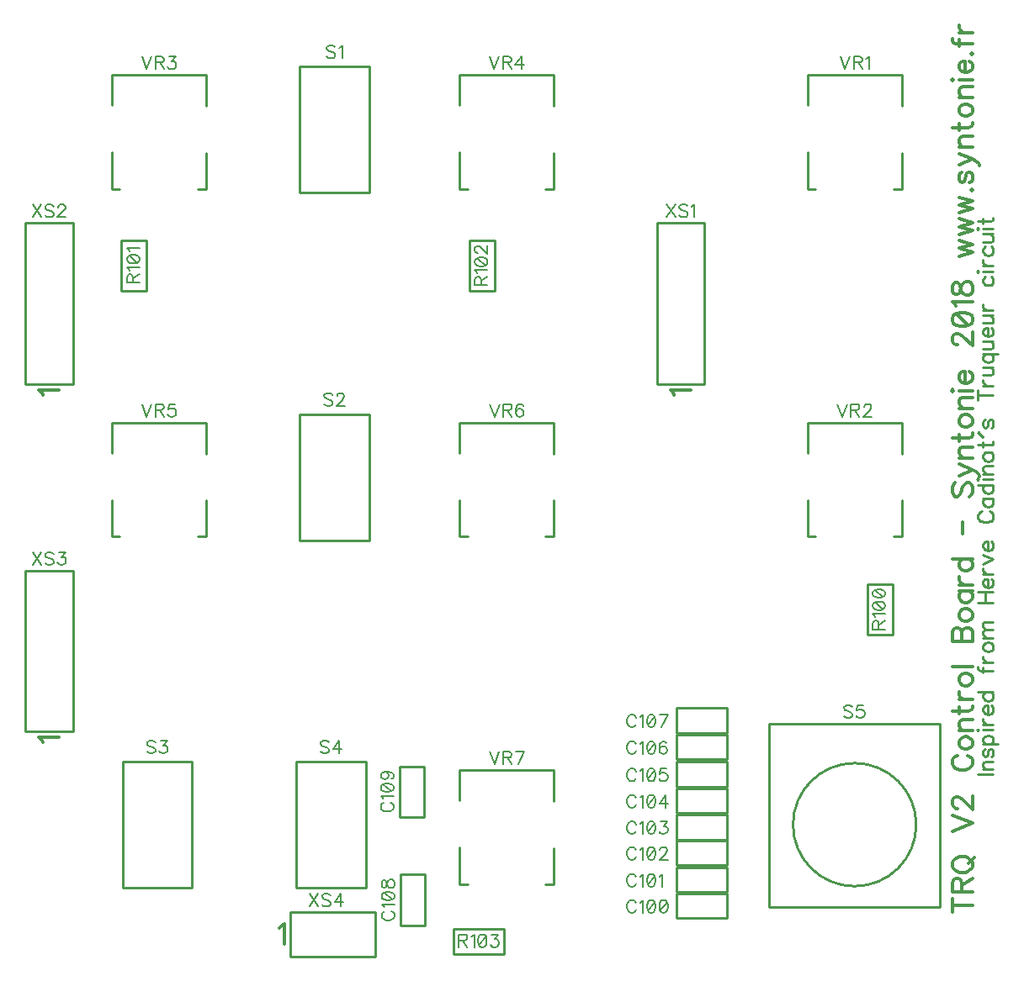
<source format=gbr>
G04 DipTrace 3.3.1.1*
G04 TopSilk.gbr*
%MOIN*%
G04 #@! TF.FileFunction,Legend,Top*
G04 #@! TF.Part,Single*
%ADD10C,0.009843*%
%ADD52C,0.00772*%
%ADD53C,0.012351*%
%ADD54C,0.009264*%
%FSLAX26Y26*%
G04*
G70*
G90*
G75*
G01*
G04 TopSilk*
%LPD*%
X3234622Y613959D2*
D10*
X3033835D1*
X3234622Y712385D2*
X3033835D1*
X3234622D2*
Y613959D1*
X3033835Y712385D2*
Y613959D1*
X3234622Y717451D2*
X3033835D1*
X3234622Y815877D2*
X3033835D1*
X3234622D2*
Y717451D1*
X3033835Y815877D2*
Y717451D1*
X3234622Y823751D2*
X3033835D1*
X3234622Y922176D2*
X3033835D1*
X3234622D2*
Y823751D1*
X3033835Y922176D2*
Y823751D1*
X3234622Y925823D2*
X3033835D1*
X3234622Y1024248D2*
X3033835D1*
X3234622D2*
Y925823D1*
X3033835Y1024248D2*
Y925823D1*
Y1129322D2*
X3234622D1*
X3033835Y1030896D2*
X3234622D1*
X3033835D2*
Y1129322D1*
X3234622Y1030896D2*
Y1129322D1*
X3033835Y1233902D2*
X3234622D1*
X3033835Y1135476D2*
X3234622D1*
X3033835D2*
Y1233902D1*
X3234622Y1135476D2*
Y1233902D1*
X3033835Y1342031D2*
X3234622D1*
X3033835Y1243606D2*
X3234622D1*
X3033835D2*
Y1342031D1*
X3234622Y1243606D2*
Y1342031D1*
X3033835Y1447546D2*
X3234622D1*
X3033835Y1349121D2*
X3234622D1*
X3033835D2*
Y1447546D1*
X3234622Y1349121D2*
Y1447546D1*
X1939986Y585941D2*
Y786728D1*
X2038411Y585941D2*
Y786728D1*
Y585941D2*
X1939986D1*
X2038411Y786728D2*
X1939986D1*
X3889451Y1938632D2*
Y1738976D1*
X3789451D2*
X3889451D1*
X3789451Y1938632D2*
Y1738976D1*
Y1938632D2*
X3889451D1*
X935974Y3302198D2*
Y3102542D1*
X835974D2*
X935974D1*
X835974Y3302198D2*
Y3102542D1*
Y3302198D2*
X935974D1*
X2313701D2*
Y3102542D1*
X2213701D2*
X2313701D1*
X2213701Y3302198D2*
Y3102542D1*
Y3302198D2*
X2313701D1*
X2151860Y571084D2*
X2351516D1*
Y471084D2*
Y571084D1*
X2151860Y471084D2*
X2351516D1*
X2151860D2*
Y571084D1*
X1816980Y3990433D2*
X1541980D1*
Y3490401D1*
X1816980D1*
Y3990433D1*
X1816958Y2612282D2*
X1541958D1*
Y2112250D1*
X1816958D1*
Y2612282D1*
X840552Y734396D2*
X1115552D1*
Y1234428D1*
X840552D1*
Y734396D1*
X1529402Y734399D2*
X1804402D1*
Y1234431D1*
X1529402D1*
Y734399D1*
X3399517Y1384878D2*
X4076682D1*
Y656459D1*
X3399517D1*
Y1384878D1*
X3496052Y984383D2*
G02X3496052Y984383I244094J0D01*
G01*
X3553086Y3504274D2*
Y3650726D1*
X3927138Y3504274D2*
Y3648773D1*
X3553086Y3504274D2*
X3584622D1*
X3553086Y3957035D2*
X3927138D1*
Y3504274D2*
X3893648D1*
X3553086Y3957035D2*
Y3836971D1*
X3927138Y3957035D2*
Y3833013D1*
X3553125Y2126198D2*
Y2272650D1*
X3927177Y2126198D2*
Y2270697D1*
X3553125Y2126198D2*
X3584661D1*
X3553125Y2578959D2*
X3927177D1*
Y2126198D2*
X3893688D1*
X3553125Y2578959D2*
Y2458895D1*
X3927177Y2578959D2*
Y2454937D1*
X797398Y3504274D2*
Y3650726D1*
X1171450Y3504274D2*
Y3648773D1*
X797398Y3504274D2*
X828934D1*
X797398Y3957035D2*
X1171450D1*
Y3504274D2*
X1137960D1*
X797398Y3957035D2*
Y3836971D1*
X1171450Y3957035D2*
Y3833013D1*
X2175107Y3504274D2*
Y3650726D1*
X2549159Y3504274D2*
Y3648773D1*
X2175107Y3504274D2*
X2206643D1*
X2175107Y3957035D2*
X2549159D1*
Y3504274D2*
X2515669D1*
X2175107Y3957035D2*
Y3836971D1*
X2549159Y3957035D2*
Y3833013D1*
X797393Y2126198D2*
Y2272650D1*
X1171445Y2126198D2*
Y2270697D1*
X797393Y2126198D2*
X828929D1*
X797393Y2578959D2*
X1171445D1*
Y2126198D2*
X1137955D1*
X797393Y2578959D2*
Y2458895D1*
X1171445Y2578959D2*
Y2454937D1*
X2175050Y2126198D2*
Y2272650D1*
X2549102Y2126198D2*
Y2270697D1*
X2175050Y2126198D2*
X2206586D1*
X2175050Y2578959D2*
X2549102D1*
Y2126198D2*
X2515613D1*
X2175050Y2578959D2*
Y2458895D1*
X2549102Y2578959D2*
Y2454937D1*
X2175100Y748326D2*
Y894778D1*
X2549152Y748326D2*
Y892826D1*
X2175100Y748326D2*
X2206636D1*
X2175100Y1201088D2*
X2549152D1*
Y748326D2*
X2515663D1*
X2175100Y1201088D2*
Y1081023D1*
X2549152Y1201088D2*
Y1077065D1*
X2957241Y2732649D2*
X3144741D1*
Y3370167D1*
X2957241D1*
Y2732649D1*
X455940Y2732562D2*
X643440D1*
Y3370081D1*
X455940D1*
Y2732562D1*
Y1354294D2*
X643440D1*
Y1991813D1*
X455940D1*
Y1354294D1*
X1504682Y637059D2*
X1842195D1*
Y462059D1*
X1504682D1*
Y637059D1*
X1936220Y1015168D2*
Y1215955D1*
X2034646Y1015168D2*
Y1215955D1*
Y1015168D2*
X1936220D1*
X2034646Y1215955D2*
X1936220D1*
X2874352Y673669D2*
D52*
X2871975Y678423D1*
X2867167Y683231D1*
X2862414Y685608D1*
X2852852D1*
X2848043Y683231D1*
X2843290Y678423D1*
X2840858Y673669D1*
X2838482Y666484D1*
Y654491D1*
X2840858Y647361D1*
X2843290Y642553D1*
X2848043Y637799D1*
X2852852Y635368D1*
X2862414D1*
X2867167Y637799D1*
X2871975Y642553D1*
X2874352Y647361D1*
X2889791Y675991D2*
X2894599Y678423D1*
X2901785Y685552D1*
Y635368D1*
X2931594Y685552D2*
X2924409Y683176D1*
X2919600Y675991D1*
X2917224Y664052D1*
Y656867D1*
X2919600Y644929D1*
X2924409Y637744D1*
X2931594Y635368D1*
X2936347D1*
X2943532Y637744D1*
X2948285Y644929D1*
X2950717Y656867D1*
Y664052D1*
X2948285Y675991D1*
X2943532Y683176D1*
X2936347Y685552D1*
X2931594D1*
X2948285Y675991D2*
X2919600Y644929D1*
X2980526Y685552D2*
X2973341Y683176D1*
X2968533Y675991D1*
X2966156Y664052D1*
Y656867D1*
X2968533Y644929D1*
X2973341Y637744D1*
X2980526Y635368D1*
X2985280D1*
X2992465Y637744D1*
X2997218Y644929D1*
X2999650Y656867D1*
Y664052D1*
X2997218Y675991D1*
X2992465Y683176D1*
X2985280Y685552D1*
X2980526D1*
X2997218Y675991D2*
X2968533Y644929D1*
X2874352Y777161D2*
X2871975Y781915D1*
X2867167Y786723D1*
X2862414Y789100D1*
X2852852D1*
X2848043Y786723D1*
X2843290Y781915D1*
X2840858Y777161D1*
X2838482Y769976D1*
Y757983D1*
X2840858Y750853D1*
X2843290Y746045D1*
X2848043Y741292D1*
X2852852Y738860D1*
X2862414D1*
X2867167Y741292D1*
X2871975Y746045D1*
X2874352Y750853D1*
X2889791Y779483D2*
X2894599Y781915D1*
X2901785Y789044D1*
Y738860D1*
X2931594Y789044D2*
X2924409Y786668D1*
X2919600Y779483D1*
X2917224Y767545D1*
Y760360D1*
X2919600Y748421D1*
X2924409Y741236D1*
X2931594Y738860D1*
X2936347D1*
X2943532Y741236D1*
X2948285Y748421D1*
X2950717Y760360D1*
Y767545D1*
X2948285Y779483D1*
X2943532Y786668D1*
X2936347Y789044D1*
X2931594D1*
X2948285Y779483D2*
X2919600Y748421D1*
X2966156Y779483D2*
X2970965Y781915D1*
X2978150Y789044D1*
Y738860D1*
X2874352Y883461D2*
X2871975Y888214D1*
X2867167Y893022D1*
X2862414Y895399D1*
X2852852D1*
X2848043Y893022D1*
X2843290Y888214D1*
X2840858Y883461D1*
X2838482Y876276D1*
Y864282D1*
X2840858Y857152D1*
X2843290Y852344D1*
X2848043Y847591D1*
X2852852Y845159D1*
X2862414D1*
X2867167Y847591D1*
X2871975Y852344D1*
X2874352Y857152D1*
X2889791Y885782D2*
X2894599Y888214D1*
X2901785Y895344D1*
Y845159D1*
X2931594Y895344D2*
X2924409Y892967D1*
X2919600Y885782D1*
X2917224Y873844D1*
Y866659D1*
X2919600Y854721D1*
X2924409Y847536D1*
X2931594Y845159D1*
X2936347D1*
X2943532Y847536D1*
X2948285Y854721D1*
X2950717Y866659D1*
Y873844D1*
X2948285Y885782D1*
X2943532Y892967D1*
X2936347Y895344D1*
X2931594D1*
X2948285Y885782D2*
X2919600Y854721D1*
X2968588Y883405D2*
Y885782D1*
X2970965Y890590D1*
X2973341Y892967D1*
X2978150Y895344D1*
X2987711D1*
X2992465Y892967D1*
X2994841Y890590D1*
X2997273Y885782D1*
Y881029D1*
X2994841Y876220D1*
X2990088Y869091D1*
X2966156Y845159D1*
X2999650D1*
X2874352Y985533D2*
X2871975Y990286D1*
X2867167Y995095D1*
X2862414Y997471D1*
X2852852D1*
X2848043Y995095D1*
X2843290Y990286D1*
X2840858Y985533D1*
X2838482Y978348D1*
Y966354D1*
X2840858Y959225D1*
X2843290Y954416D1*
X2848043Y949663D1*
X2852852Y947231D1*
X2862414D1*
X2867167Y949663D1*
X2871975Y954416D1*
X2874352Y959225D1*
X2889791Y987854D2*
X2894599Y990286D1*
X2901785Y997416D1*
Y947231D1*
X2931594Y997416D2*
X2924409Y995039D1*
X2919600Y987854D1*
X2917224Y975916D1*
Y968731D1*
X2919600Y956793D1*
X2924409Y949608D1*
X2931594Y947231D1*
X2936347D1*
X2943532Y949608D1*
X2948285Y956793D1*
X2950717Y968731D1*
Y975916D1*
X2948285Y987854D1*
X2943532Y995039D1*
X2936347Y997416D1*
X2931594D1*
X2948285Y987854D2*
X2919600Y956793D1*
X2970965Y997416D2*
X2997218D1*
X2982903Y978293D1*
X2990088D1*
X2994841Y975916D1*
X2997218Y973539D1*
X2999650Y966354D1*
Y961601D1*
X2997218Y954416D1*
X2992465Y949608D1*
X2985280Y947231D1*
X2978095D1*
X2970965Y949608D1*
X2968588Y952040D1*
X2966156Y956793D1*
X2874352Y1090606D2*
X2871975Y1095360D1*
X2867167Y1100168D1*
X2862414Y1102545D1*
X2852852D1*
X2848043Y1100168D1*
X2843290Y1095360D1*
X2840858Y1090606D1*
X2838482Y1083421D1*
Y1071428D1*
X2840858Y1064298D1*
X2843290Y1059490D1*
X2848043Y1054736D1*
X2852852Y1052305D1*
X2862414D1*
X2867167Y1054736D1*
X2871975Y1059490D1*
X2874352Y1064298D1*
X2889791Y1092928D2*
X2894599Y1095360D1*
X2901785Y1102489D1*
Y1052305D1*
X2931594Y1102489D2*
X2924409Y1100113D1*
X2919600Y1092928D1*
X2917224Y1080989D1*
Y1073804D1*
X2919600Y1061866D1*
X2924409Y1054681D1*
X2931594Y1052305D1*
X2936347D1*
X2943532Y1054681D1*
X2948285Y1061866D1*
X2950717Y1073804D1*
Y1080989D1*
X2948285Y1092928D1*
X2943532Y1100113D1*
X2936347Y1102489D1*
X2931594D1*
X2948285Y1092928D2*
X2919600Y1061866D1*
X2990088Y1052305D2*
Y1102489D1*
X2966156Y1069051D1*
X3002026D1*
X2874352Y1195186D2*
X2871975Y1199940D1*
X2867167Y1204748D1*
X2862414Y1207125D1*
X2852852D1*
X2848043Y1204748D1*
X2843290Y1199940D1*
X2840858Y1195186D1*
X2838482Y1188001D1*
Y1176008D1*
X2840858Y1168878D1*
X2843290Y1164070D1*
X2848043Y1159317D1*
X2852852Y1156885D1*
X2862414D1*
X2867167Y1159317D1*
X2871975Y1164070D1*
X2874352Y1168878D1*
X2889791Y1197508D2*
X2894599Y1199940D1*
X2901785Y1207069D1*
Y1156885D1*
X2931594Y1207069D2*
X2924409Y1204693D1*
X2919600Y1197508D1*
X2917224Y1185570D1*
Y1178384D1*
X2919600Y1166446D1*
X2924409Y1159261D1*
X2931594Y1156885D1*
X2936347D1*
X2943532Y1159261D1*
X2948285Y1166446D1*
X2950717Y1178384D1*
Y1185570D1*
X2948285Y1197508D1*
X2943532Y1204693D1*
X2936347Y1207069D1*
X2931594D1*
X2948285Y1197508D2*
X2919600Y1166446D1*
X2994841Y1207069D2*
X2970965D1*
X2968588Y1185570D1*
X2970965Y1187946D1*
X2978150Y1190378D1*
X2985280D1*
X2992465Y1187946D1*
X2997273Y1183193D1*
X2999650Y1176008D1*
Y1171255D1*
X2997273Y1164070D1*
X2992465Y1159261D1*
X2985280Y1156885D1*
X2978150D1*
X2970965Y1159261D1*
X2968588Y1161693D1*
X2966156Y1166446D1*
X2874352Y1303316D2*
X2871975Y1308070D1*
X2867167Y1312878D1*
X2862414Y1315255D1*
X2852852D1*
X2848043Y1312878D1*
X2843290Y1308070D1*
X2840858Y1303316D1*
X2838482Y1296131D1*
Y1284138D1*
X2840858Y1277008D1*
X2843290Y1272200D1*
X2848043Y1267446D1*
X2852852Y1265015D1*
X2862414D1*
X2867167Y1267446D1*
X2871975Y1272200D1*
X2874352Y1277008D1*
X2889791Y1305638D2*
X2894599Y1308070D1*
X2901785Y1315199D1*
Y1265015D1*
X2931594Y1315199D2*
X2924409Y1312823D1*
X2919600Y1305638D1*
X2917224Y1293699D1*
Y1286514D1*
X2919600Y1274576D1*
X2924409Y1267391D1*
X2931594Y1265015D1*
X2936347D1*
X2943532Y1267391D1*
X2948285Y1274576D1*
X2950717Y1286514D1*
Y1293699D1*
X2948285Y1305638D1*
X2943532Y1312823D1*
X2936347Y1315199D1*
X2931594D1*
X2948285Y1305638D2*
X2919600Y1274576D1*
X2994841Y1308070D2*
X2992465Y1312823D1*
X2985280Y1315199D1*
X2980526D1*
X2973341Y1312823D1*
X2968533Y1305638D1*
X2966156Y1293699D1*
Y1281761D1*
X2968533Y1272200D1*
X2973341Y1267391D1*
X2980526Y1265015D1*
X2982903D1*
X2990033Y1267391D1*
X2994841Y1272200D1*
X2997218Y1279385D1*
Y1281761D1*
X2994841Y1288946D1*
X2990033Y1293699D1*
X2982903Y1296076D1*
X2980526D1*
X2973341Y1293699D1*
X2968533Y1288946D1*
X2966156Y1281761D1*
X2874352Y1408831D2*
X2871975Y1413584D1*
X2867167Y1418392D1*
X2862414Y1420769D1*
X2852852D1*
X2848043Y1418392D1*
X2843290Y1413584D1*
X2840858Y1408831D1*
X2838482Y1401646D1*
Y1389652D1*
X2840858Y1382522D1*
X2843290Y1377714D1*
X2848043Y1372961D1*
X2852852Y1370529D1*
X2862414D1*
X2867167Y1372961D1*
X2871975Y1377714D1*
X2874352Y1382522D1*
X2889791Y1411152D2*
X2894599Y1413584D1*
X2901785Y1420714D1*
Y1370529D1*
X2931594Y1420714D2*
X2924409Y1418337D1*
X2919600Y1411152D1*
X2917224Y1399214D1*
Y1392029D1*
X2919600Y1380091D1*
X2924409Y1372906D1*
X2931594Y1370529D1*
X2936347D1*
X2943532Y1372906D1*
X2948285Y1380091D1*
X2950717Y1392029D1*
Y1399214D1*
X2948285Y1411152D1*
X2943532Y1418337D1*
X2936347Y1420714D1*
X2931594D1*
X2948285Y1411152D2*
X2919600Y1380091D1*
X2975718Y1370529D2*
X2999650Y1420714D1*
X2966156D1*
X1878701Y641648D2*
X1873948Y639272D1*
X1869139Y634463D1*
X1866763Y629710D1*
Y620149D1*
X1869139Y615340D1*
X1873948Y610587D1*
X1878701Y608155D1*
X1885886Y605778D1*
X1897879D1*
X1905009Y608155D1*
X1909817Y610587D1*
X1914571Y615340D1*
X1917003Y620149D1*
Y629710D1*
X1914571Y634463D1*
X1909818Y639272D1*
X1905009Y641648D1*
X1876379Y657088D2*
X1873948Y661896D1*
X1866818Y669081D1*
X1917003D1*
X1866818Y698890D2*
X1869194Y691705D1*
X1876379Y686897D1*
X1888318Y684520D1*
X1895503D1*
X1907441Y686897D1*
X1914626Y691705D1*
X1917003Y698890D1*
Y703644D1*
X1914626Y710829D1*
X1907441Y715582D1*
X1895503Y718014D1*
X1888318D1*
X1876379Y715582D1*
X1869194Y710829D1*
X1866818Y703644D1*
Y698890D1*
X1876379Y715582D2*
X1907441Y686897D1*
X1866818Y745391D2*
X1869194Y738261D1*
X1873948Y735829D1*
X1878756D1*
X1883509Y738261D1*
X1885941Y743015D1*
X1888318Y752576D1*
X1890694Y759761D1*
X1895503Y764514D1*
X1900256Y766891D1*
X1907441D1*
X1912194Y764514D1*
X1914626Y762138D1*
X1917003Y754953D1*
Y745391D1*
X1914626Y738261D1*
X1912194Y735829D1*
X1907441Y733453D1*
X1900256D1*
X1895503Y735829D1*
X1890694Y740638D1*
X1888318Y747768D1*
X1885941Y757329D1*
X1883509Y762138D1*
X1878756Y764514D1*
X1873948D1*
X1869194Y762138D1*
X1866818Y754953D1*
Y745391D1*
X3835251Y1759409D2*
Y1780909D1*
X3832819Y1788094D1*
X3830443Y1790526D1*
X3825689Y1792902D1*
X3820881D1*
X3816128Y1790526D1*
X3813696Y1788094D1*
X3811319Y1780909D1*
Y1759409D1*
X3861559D1*
X3835251Y1776156D2*
X3861559Y1792902D1*
X3820936Y1808342D2*
X3818504Y1813150D1*
X3811375Y1820335D1*
X3861559D1*
X3811375Y1850144D2*
X3813751Y1842959D1*
X3820936Y1838151D1*
X3832874Y1835774D1*
X3840059D1*
X3851998Y1838151D1*
X3859183Y1842959D1*
X3861559Y1850144D1*
Y1854897D1*
X3859183Y1862082D1*
X3851998Y1866836D1*
X3840059Y1869268D1*
X3832874D1*
X3820936Y1866836D1*
X3813751Y1862082D1*
X3811375Y1854897D1*
Y1850144D1*
X3820936Y1866836D2*
X3851998Y1838151D1*
X3811375Y1899077D2*
X3813751Y1891892D1*
X3820936Y1887083D1*
X3832874Y1884707D1*
X3840059D1*
X3851998Y1887083D1*
X3859183Y1891892D1*
X3861559Y1899077D1*
Y1903830D1*
X3859183Y1911015D1*
X3851998Y1915768D1*
X3840059Y1918200D1*
X3832874D1*
X3820936Y1915768D1*
X3813751Y1911015D1*
X3811375Y1903830D1*
Y1899077D1*
X3820936Y1915768D2*
X3851998Y1887083D1*
X881773Y3133725D2*
Y3155224D1*
X879341Y3162409D1*
X876965Y3164841D1*
X872212Y3167218D1*
X867403D1*
X862650Y3164841D1*
X860218Y3162409D1*
X857842Y3155224D1*
Y3133725D1*
X908082D1*
X881773Y3150471D2*
X908082Y3167218D1*
X867459Y3182657D2*
X865027Y3187465D1*
X857897Y3194651D1*
X908082Y3194650D1*
X857897Y3224460D2*
X860273Y3217275D1*
X867459Y3212466D1*
X879397Y3210090D1*
X886582D1*
X898520Y3212466D1*
X905705Y3217275D1*
X908082Y3224460D1*
Y3229213D1*
X905705Y3236398D1*
X898520Y3241151D1*
X886582Y3243583D1*
X879397D1*
X867459Y3241151D1*
X860273Y3236398D1*
X857897Y3229213D1*
Y3224460D1*
X867459Y3241151D2*
X898520Y3212466D1*
X867459Y3259022D2*
X865027Y3263831D1*
X857897Y3271016D1*
X908082D1*
X2259500Y3122975D2*
Y3144474D1*
X2257069Y3151659D1*
X2254692Y3154091D1*
X2249939Y3156468D1*
X2245130D1*
X2240377Y3154091D1*
X2237945Y3151659D1*
X2235569Y3144474D1*
Y3122975D1*
X2285809D1*
X2259500Y3139721D2*
X2285809Y3156468D1*
X2245186Y3171907D2*
X2242754Y3176716D1*
X2235624Y3183901D1*
X2285809D1*
X2235624Y3213710D2*
X2238001Y3206525D1*
X2245186Y3201716D1*
X2257124Y3199340D1*
X2264309D1*
X2276247Y3201716D1*
X2283432Y3206525D1*
X2285809Y3213710D1*
Y3218463D1*
X2283432Y3225648D1*
X2276247Y3230401D1*
X2264309Y3232833D1*
X2257124D1*
X2245186Y3230401D1*
X2238001Y3225648D1*
X2235624Y3218463D1*
Y3213710D1*
X2245186Y3230401D2*
X2276247Y3201716D1*
X2247562Y3250704D2*
X2245186D1*
X2240377Y3253081D1*
X2238001Y3255457D1*
X2235624Y3260266D1*
Y3269828D1*
X2238001Y3274581D1*
X2240377Y3276957D1*
X2245186Y3279389D1*
X2249939D1*
X2254747Y3276957D1*
X2261877Y3272204D1*
X2285809Y3248272D1*
Y3281766D1*
X2172292Y525284D2*
X2193792D1*
X2200977Y527716D1*
X2203409Y530093D1*
X2205785Y534846D1*
Y539655D1*
X2203409Y544408D1*
X2200977Y546840D1*
X2193792Y549216D1*
X2172292D1*
Y498976D1*
X2189039Y525284D2*
X2205785Y498976D1*
X2221225Y539599D2*
X2226033Y542031D1*
X2233218Y549161D1*
Y498976D1*
X2263027Y549161D2*
X2255842Y546784D1*
X2251034Y539599D1*
X2248657Y527661D1*
Y520476D1*
X2251034Y508538D1*
X2255842Y501353D1*
X2263027Y498976D1*
X2267781D1*
X2274966Y501353D1*
X2279719Y508538D1*
X2282151Y520476D1*
Y527661D1*
X2279719Y539599D1*
X2274966Y546784D1*
X2267781Y549161D1*
X2263027D1*
X2279719Y539599D2*
X2251034Y508538D1*
X2302398Y549161D2*
X2328651D1*
X2314337Y530038D1*
X2321522D1*
X2326275Y527661D1*
X2328651Y525284D1*
X2331083Y518099D1*
Y513346D1*
X2328651Y506161D1*
X2323898Y501353D1*
X2316713Y498976D1*
X2309528D1*
X2302398Y501353D1*
X2300022Y503785D1*
X2297590Y508538D1*
X1682511Y4066455D2*
X1677757Y4071264D1*
X1670572Y4073640D1*
X1661011D1*
X1653826Y4071264D1*
X1649017Y4066455D1*
Y4061702D1*
X1651449Y4056894D1*
X1653826Y4054517D1*
X1658579Y4052141D1*
X1672949Y4047332D1*
X1677757Y4044956D1*
X1680134Y4042524D1*
X1682511Y4037770D1*
Y4030585D1*
X1677757Y4025832D1*
X1670572Y4023400D1*
X1661011D1*
X1653826Y4025832D1*
X1649017Y4030585D1*
X1697950Y4064024D2*
X1702758Y4066455D1*
X1709943Y4073585D1*
Y4023400D1*
X1671738Y2688304D2*
X1666985Y2693113D1*
X1659800Y2695489D1*
X1650239D1*
X1643053Y2693113D1*
X1638245Y2688304D1*
Y2683551D1*
X1640677Y2678743D1*
X1643053Y2676366D1*
X1647807Y2673990D1*
X1662177Y2669181D1*
X1666985Y2666805D1*
X1669362Y2664373D1*
X1671738Y2659620D1*
Y2652435D1*
X1666985Y2647681D1*
X1659800Y2645249D1*
X1650239D1*
X1643053Y2647681D1*
X1638245Y2652435D1*
X1689609Y2683496D2*
Y2685873D1*
X1691986Y2690681D1*
X1694363Y2693058D1*
X1699171Y2695434D1*
X1708733D1*
X1713486Y2693058D1*
X1715863Y2690681D1*
X1718294Y2685873D1*
Y2681119D1*
X1715863Y2676311D1*
X1711109Y2669181D1*
X1687178Y2645249D1*
X1720671D1*
X970333Y1310450D2*
X965580Y1315259D1*
X958395Y1317635D1*
X948833D1*
X941648Y1315259D1*
X936840Y1310450D1*
Y1305697D1*
X939271Y1300888D1*
X941648Y1298512D1*
X946401Y1296135D1*
X960771Y1291327D1*
X965580Y1288950D1*
X967956Y1286518D1*
X970333Y1281765D1*
Y1274580D1*
X965580Y1269827D1*
X958395Y1267395D1*
X948833D1*
X941648Y1269827D1*
X936840Y1274580D1*
X990581Y1317580D2*
X1016834D1*
X1002519Y1298457D1*
X1009704D1*
X1014457Y1296080D1*
X1016834Y1293703D1*
X1019265Y1286518D1*
Y1281765D1*
X1016834Y1274580D1*
X1012080Y1269772D1*
X1004895Y1267395D1*
X997710D1*
X990581Y1269772D1*
X988204Y1272204D1*
X985772Y1276957D1*
X1657994Y1310453D2*
X1653240Y1315261D1*
X1646055Y1317638D1*
X1636494D1*
X1629309Y1315261D1*
X1624500Y1310453D1*
Y1305700D1*
X1626932Y1300891D1*
X1629309Y1298515D1*
X1634062Y1296138D1*
X1648432Y1291329D1*
X1653240Y1288953D1*
X1655617Y1286521D1*
X1657994Y1281768D1*
Y1274583D1*
X1653240Y1269830D1*
X1646055Y1267398D1*
X1636494D1*
X1629309Y1269830D1*
X1624500Y1274583D1*
X1697365Y1267398D2*
Y1317583D1*
X1673433Y1284144D1*
X1709303D1*
X3731168Y1450996D2*
X3726414Y1455804D1*
X3719229Y1458181D1*
X3709668D1*
X3702483Y1455804D1*
X3697674Y1450996D1*
Y1446243D1*
X3700106Y1441434D1*
X3702483Y1439058D1*
X3707236Y1436681D1*
X3721606Y1431873D1*
X3726414Y1429496D1*
X3728791Y1427064D1*
X3731168Y1422311D1*
Y1415126D1*
X3726414Y1410373D1*
X3719229Y1407941D1*
X3709668D1*
X3702483Y1410373D1*
X3697674Y1415126D1*
X3775292Y1458126D2*
X3751415D1*
X3749039Y1436626D1*
X3751415Y1439003D1*
X3758600Y1441434D1*
X3765730D1*
X3772915Y1439003D1*
X3777724Y1434249D1*
X3780100Y1427064D1*
Y1422311D1*
X3777724Y1415126D1*
X3772915Y1410318D1*
X3765730Y1407941D1*
X3758600D1*
X3751415Y1410318D1*
X3749039Y1412750D1*
X3746607Y1417503D1*
X3682806Y4030259D2*
X3701929Y3980019D1*
X3721052Y4030259D1*
X3736491Y4006327D2*
X3757991D1*
X3765176Y4008759D1*
X3767608Y4011135D1*
X3769985Y4015888D1*
Y4020697D1*
X3767608Y4025450D1*
X3765176Y4027882D1*
X3757991Y4030259D1*
X3736491D1*
Y3980019D1*
X3753238Y4006327D2*
X3769985Y3980019D1*
X3785424Y4020642D2*
X3790232Y4023073D1*
X3797417Y4030203D1*
Y3980019D1*
X3672095Y2652182D2*
X3691218Y2601942D1*
X3710342Y2652182D1*
X3725781Y2628251D2*
X3747281D1*
X3754466Y2630683D1*
X3756898Y2633059D1*
X3759274Y2637812D1*
Y2642621D1*
X3756898Y2647374D1*
X3754466Y2649806D1*
X3747281Y2652182D1*
X3725781D1*
Y2601942D1*
X3742528Y2628251D2*
X3759274Y2601942D1*
X3777145Y2640189D2*
Y2642565D1*
X3779522Y2647374D1*
X3781898Y2649751D1*
X3786707Y2652127D1*
X3796269D1*
X3801022Y2649751D1*
X3803398Y2647374D1*
X3805830Y2642565D1*
Y2637812D1*
X3803398Y2633004D1*
X3798645Y2625874D1*
X3774713Y2601942D1*
X3808207D1*
X916368Y4030259D2*
X935491Y3980019D1*
X954615Y4030259D1*
X970054Y4006327D2*
X991554D1*
X998739Y4008759D1*
X1001171Y4011135D1*
X1003547Y4015888D1*
Y4020697D1*
X1001171Y4025450D1*
X998739Y4027882D1*
X991554Y4030259D1*
X970054D1*
Y3980019D1*
X986800Y4006327D2*
X1003547Y3980019D1*
X1023795Y4030203D2*
X1050048D1*
X1035733Y4011080D1*
X1042918D1*
X1047671Y4008703D1*
X1050048Y4006327D1*
X1052480Y3999142D1*
Y3994389D1*
X1050048Y3987204D1*
X1045295Y3982395D1*
X1038110Y3980019D1*
X1030925D1*
X1023795Y3982395D1*
X1021418Y3984827D1*
X1018986Y3989580D1*
X2292888Y4030259D2*
X2312012Y3980019D1*
X2331135Y4030259D1*
X2346574Y4006327D2*
X2368074D1*
X2375259Y4008759D1*
X2377691Y4011135D1*
X2380068Y4015888D1*
Y4020697D1*
X2377691Y4025450D1*
X2375259Y4027882D1*
X2368074Y4030259D1*
X2346574D1*
Y3980019D1*
X2363321Y4006327D2*
X2380068Y3980019D1*
X2419438D2*
Y4030203D1*
X2395507Y3996765D1*
X2431377D1*
X916363Y2652182D2*
X935486Y2601942D1*
X954609Y2652182D1*
X970049Y2628251D2*
X991548D1*
X998733Y2630683D1*
X1001165Y2633059D1*
X1003542Y2637812D1*
Y2642621D1*
X1001165Y2647374D1*
X998733Y2649806D1*
X991548Y2652182D1*
X970049D1*
Y2601942D1*
X986795Y2628251D2*
X1003542Y2601942D1*
X1047666Y2652127D2*
X1023790D1*
X1021413Y2630627D1*
X1023790Y2633004D1*
X1030975Y2635436D1*
X1038104D1*
X1045289Y2633004D1*
X1050098Y2628251D1*
X1052474Y2621066D1*
Y2616312D1*
X1050098Y2609127D1*
X1045289Y2604319D1*
X1038104Y2601942D1*
X1030975D1*
X1023790Y2604319D1*
X1021413Y2606751D1*
X1018981Y2611504D1*
X2295236Y2652182D2*
X2314359Y2601942D1*
X2333483Y2652182D1*
X2348922Y2628251D2*
X2370422D1*
X2377607Y2630683D1*
X2380039Y2633059D1*
X2382415Y2637812D1*
Y2642621D1*
X2380039Y2647374D1*
X2377607Y2649806D1*
X2370422Y2652182D1*
X2348922D1*
Y2601942D1*
X2365669Y2628251D2*
X2382415Y2601942D1*
X2426539Y2644997D2*
X2424163Y2649751D1*
X2416978Y2652127D1*
X2412225D1*
X2405040Y2649751D1*
X2400231Y2642565D1*
X2397855Y2630627D1*
Y2618689D1*
X2400231Y2609127D1*
X2405040Y2604319D1*
X2412225Y2601942D1*
X2414601D1*
X2421731Y2604319D1*
X2426539Y2609127D1*
X2428916Y2616312D1*
Y2618689D1*
X2426539Y2625874D1*
X2421731Y2630627D1*
X2414601Y2633004D1*
X2412225D1*
X2405040Y2630627D1*
X2400231Y2625874D1*
X2397855Y2618689D1*
X2294070Y1274311D2*
X2313193Y1224071D1*
X2332317Y1274311D1*
X2347756Y1250379D2*
X2369256D1*
X2376441Y1252811D1*
X2378873Y1255188D1*
X2381249Y1259941D1*
Y1264749D1*
X2378873Y1269503D1*
X2376441Y1271934D1*
X2369256Y1274311D1*
X2347756D1*
Y1224071D1*
X2364503Y1250379D2*
X2381249Y1224071D1*
X2406250D2*
X2430182Y1274256D1*
X2396688D1*
X2996061Y3443390D2*
X3029555Y3393150D1*
Y3443390D2*
X2996061Y3393150D1*
X3078487Y3436205D2*
X3073734Y3441014D1*
X3066549Y3443390D1*
X3056988D1*
X3049803Y3441014D1*
X3044994Y3436205D1*
Y3431452D1*
X3047426Y3426644D1*
X3049803Y3424267D1*
X3054556Y3421891D1*
X3068926Y3417082D1*
X3073734Y3414706D1*
X3076111Y3412274D1*
X3078487Y3407520D1*
Y3400335D1*
X3073734Y3395582D1*
X3066549Y3393150D1*
X3056988D1*
X3049803Y3395582D1*
X3044994Y3400335D1*
X3093927Y3433774D2*
X3098735Y3436205D1*
X3105920Y3443335D1*
Y3393150D1*
X484011Y3443304D2*
X517504Y3393064D1*
Y3443304D2*
X484011Y3393064D1*
X566437Y3436119D2*
X561684Y3440927D1*
X554499Y3443304D1*
X544937D1*
X537752Y3440927D1*
X532944Y3436119D1*
Y3431366D1*
X535375Y3426557D1*
X537752Y3424181D1*
X542505Y3421804D1*
X556875Y3416995D1*
X561684Y3414619D1*
X564060Y3412187D1*
X566437Y3407434D1*
Y3400249D1*
X561684Y3395496D1*
X554499Y3393064D1*
X544937D1*
X537752Y3395496D1*
X532944Y3400249D1*
X584308Y3431310D2*
Y3433687D1*
X586685Y3438495D1*
X589061Y3440872D1*
X593870Y3443249D1*
X603431D1*
X608185Y3440872D1*
X610561Y3438495D1*
X612993Y3433687D1*
Y3428934D1*
X610561Y3424125D1*
X605808Y3416995D1*
X581876Y3393064D1*
X615370D1*
X484011Y2065036D2*
X517504Y2014796D1*
Y2065036D2*
X484011Y2014796D1*
X566437Y2057851D2*
X561684Y2062659D1*
X554499Y2065036D1*
X544937D1*
X537752Y2062659D1*
X532944Y2057851D1*
Y2053098D1*
X535375Y2048289D1*
X537752Y2045913D1*
X542505Y2043536D1*
X556875Y2038728D1*
X561684Y2036351D1*
X564060Y2033919D1*
X566437Y2029166D1*
Y2021981D1*
X561684Y2017228D1*
X554499Y2014796D1*
X544937D1*
X537752Y2017228D1*
X532944Y2021981D1*
X586685Y2064981D2*
X612938D1*
X598623Y2045858D1*
X605808D1*
X610561Y2043481D1*
X612938Y2041104D1*
X615370Y2033919D1*
Y2029166D1*
X612938Y2021981D1*
X608185Y2017173D1*
X600999Y2014796D1*
X593814D1*
X586685Y2017173D1*
X584308Y2019605D1*
X581876Y2024358D1*
X1581577Y710282D2*
X1615071Y660042D1*
Y710282D2*
X1581577Y660042D1*
X1664003Y703097D2*
X1659250Y707906D1*
X1652065Y710282D1*
X1642503D1*
X1635318Y707906D1*
X1630510Y703097D1*
Y698344D1*
X1632942Y693535D1*
X1635318Y691159D1*
X1640072Y688782D1*
X1654442Y683974D1*
X1659250Y681597D1*
X1661627Y679165D1*
X1664003Y674412D1*
Y667227D1*
X1659250Y662474D1*
X1652065Y660042D1*
X1642503D1*
X1635318Y662474D1*
X1630510Y667227D1*
X1703374Y660042D2*
Y710227D1*
X1679443Y676789D1*
X1715312D1*
X1874936Y1072036D2*
X1870182Y1069659D1*
X1865374Y1064851D1*
X1862997Y1060098D1*
Y1050536D1*
X1865374Y1045728D1*
X1870182Y1040975D1*
X1874936Y1038543D1*
X1882121Y1036166D1*
X1894114D1*
X1901244Y1038543D1*
X1906052Y1040975D1*
X1910806Y1045728D1*
X1913237Y1050536D1*
Y1060098D1*
X1910806Y1064851D1*
X1906052Y1069659D1*
X1901244Y1072036D1*
X1872614Y1087475D2*
X1870183Y1092284D1*
X1863053Y1099469D1*
X1913237D1*
X1863053Y1129278D2*
X1865429Y1122093D1*
X1872614Y1117285D1*
X1884553Y1114908D1*
X1891738D1*
X1903676Y1117285D1*
X1910861Y1122093D1*
X1913237Y1129278D1*
Y1134031D1*
X1910861Y1141216D1*
X1903676Y1145969D1*
X1891738Y1148401D1*
X1884553D1*
X1872614Y1145969D1*
X1865429Y1141216D1*
X1863053Y1134031D1*
Y1129278D1*
X1872614Y1145969D2*
X1903676Y1117285D1*
X1879744Y1194957D2*
X1886929Y1192525D1*
X1891738Y1187772D1*
X1894114Y1180587D1*
Y1178211D1*
X1891738Y1171026D1*
X1886929Y1166272D1*
X1879744Y1163841D1*
X1877368D1*
X1870182Y1166272D1*
X1865429Y1171026D1*
X1863053Y1178211D1*
Y1180587D1*
X1865429Y1187772D1*
X1870182Y1192525D1*
X1879744Y1194957D1*
X1891738D1*
X1903676Y1192525D1*
X1910861Y1187772D1*
X1913237Y1180587D1*
Y1175834D1*
X1910861Y1168649D1*
X1906052Y1166272D1*
X4127022Y665768D2*
D53*
X4207406D1*
X4127022Y638974D2*
Y692563D1*
X4165313Y717266D2*
Y751666D1*
X4161422Y763162D1*
X4157620Y767053D1*
X4150015Y770855D1*
X4142321D1*
X4134716Y767053D1*
X4130825Y763162D1*
X4127022Y751666D1*
Y717266D1*
X4207406D1*
X4165313Y744060D2*
X4207406Y770855D1*
X4127022Y818550D2*
X4130737Y810945D1*
X4138430Y803251D1*
X4146124Y799449D1*
X4157620Y795558D1*
X4176721D1*
X4188217Y799449D1*
X4195822Y803251D1*
X4203515Y810945D1*
X4207318Y818550D1*
Y833849D1*
X4203515Y841542D1*
X4195822Y849147D1*
X4188217Y852950D1*
X4176721Y856841D1*
X4157620D1*
X4146124Y852950D1*
X4138430Y849147D1*
X4130737Y841542D1*
X4127022Y833849D1*
Y818550D1*
X4192019Y830046D2*
X4215011Y852950D1*
X4127022Y959305D2*
X4207406Y989902D1*
X4127022Y1020500D1*
X4146212Y1049093D2*
X4142409D1*
X4134716Y1052896D1*
X4130913Y1056698D1*
X4127111Y1064392D1*
Y1079690D1*
X4130913Y1087296D1*
X4134716Y1091098D1*
X4142409Y1094989D1*
X4150015D1*
X4157708Y1091098D1*
X4169116Y1083493D1*
X4207406Y1045202D1*
Y1098792D1*
X4146124Y1258648D2*
X4138518Y1254845D1*
X4130825Y1247152D1*
X4127022Y1239547D1*
Y1224248D1*
X4130825Y1216555D1*
X4138518Y1208949D1*
X4146124Y1205059D1*
X4157620Y1201256D1*
X4176809D1*
X4188217Y1205059D1*
X4195910Y1208949D1*
X4203515Y1216555D1*
X4207406Y1224248D1*
Y1239547D1*
X4203515Y1247152D1*
X4195910Y1254845D1*
X4188217Y1258648D1*
X4153817Y1302452D2*
X4157620Y1294847D1*
X4165313Y1287153D1*
X4176809Y1283351D1*
X4184414D1*
X4195910Y1287153D1*
X4203515Y1294847D1*
X4207406Y1302452D1*
Y1313948D1*
X4203515Y1321641D1*
X4195910Y1329246D1*
X4184414Y1333137D1*
X4176809D1*
X4165313Y1329246D1*
X4157620Y1321641D1*
X4153817Y1313948D1*
Y1302452D1*
Y1357840D2*
X4207406D1*
X4169116D2*
X4157620Y1369336D1*
X4153817Y1377030D1*
Y1388437D1*
X4157620Y1396131D1*
X4169116Y1399934D1*
X4207406D1*
X4127022Y1436132D2*
X4192108D1*
X4203515Y1439935D1*
X4207406Y1447628D1*
Y1455234D1*
X4153817Y1424636D2*
Y1451431D1*
Y1479936D2*
X4207406D1*
X4176809D2*
X4165313Y1483827D1*
X4157620Y1491432D1*
X4153817Y1499126D1*
Y1510622D1*
Y1554426D2*
X4157620Y1546821D1*
X4165313Y1539127D1*
X4176809Y1535325D1*
X4184414D1*
X4195910Y1539127D1*
X4203515Y1546821D1*
X4207406Y1554426D1*
Y1565922D1*
X4203515Y1573615D1*
X4195910Y1581221D1*
X4184414Y1585112D1*
X4176809D1*
X4165313Y1581221D1*
X4157620Y1573615D1*
X4153817Y1565922D1*
Y1554426D1*
X4127022Y1609814D2*
X4207406D1*
X4127022Y1712279D2*
X4207406D1*
Y1746767D1*
X4203515Y1758263D1*
X4199713Y1762065D1*
X4192108Y1765868D1*
X4180612D1*
X4172918Y1762065D1*
X4169116Y1758263D1*
X4165313Y1746767D1*
X4161422Y1758263D1*
X4157620Y1762065D1*
X4150014Y1765868D1*
X4142321D1*
X4134716Y1762065D1*
X4130825Y1758263D1*
X4127022Y1746767D1*
Y1712279D1*
X4165313D2*
Y1746767D1*
X4153817Y1809672D2*
X4157620Y1802067D1*
X4165313Y1794373D1*
X4176809Y1790571D1*
X4184414D1*
X4195910Y1794373D1*
X4203515Y1802067D1*
X4207406Y1809672D1*
Y1821168D1*
X4203515Y1828862D1*
X4195910Y1836467D1*
X4184414Y1840358D1*
X4176809D1*
X4165313Y1836467D1*
X4157620Y1828862D1*
X4153817Y1821168D1*
Y1809672D1*
Y1910956D2*
X4207406D1*
X4165313D2*
X4157620Y1903351D1*
X4153817Y1895658D1*
Y1884250D1*
X4157620Y1876556D1*
X4165313Y1868951D1*
X4176809Y1865060D1*
X4184414D1*
X4195910Y1868951D1*
X4203515Y1876556D1*
X4207406Y1884250D1*
Y1895658D1*
X4203515Y1903351D1*
X4195910Y1910956D1*
X4153817Y1935659D2*
X4207406D1*
X4176809D2*
X4165313Y1939550D1*
X4157620Y1947155D1*
X4153817Y1954849D1*
Y1966345D1*
X4127022Y2036943D2*
X4207406D1*
X4165313D2*
X4157620Y2029338D1*
X4153817Y2021645D1*
Y2010149D1*
X4157620Y2002544D1*
X4165313Y1994850D1*
X4176809Y1991047D1*
X4184414D1*
X4195910Y1994850D1*
X4203515Y2002544D1*
X4207406Y2010149D1*
Y2021645D1*
X4203515Y2029338D1*
X4195910Y2036943D1*
X4167259Y2139408D2*
Y2183623D1*
X4138518Y2339677D2*
X4130825Y2332072D1*
X4127022Y2320576D1*
Y2305277D1*
X4130825Y2293781D1*
X4138518Y2286088D1*
X4146124D1*
X4153817Y2289979D1*
X4157620Y2293781D1*
X4161422Y2301386D1*
X4169116Y2324378D1*
X4172918Y2332072D1*
X4176809Y2335874D1*
X4184414Y2339677D1*
X4195910D1*
X4203515Y2332072D1*
X4207406Y2320576D1*
Y2305277D1*
X4203515Y2293781D1*
X4195910Y2286088D1*
X4153817Y2368271D2*
X4207406Y2391174D1*
X4222705Y2383569D1*
X4230398Y2375876D1*
X4234201Y2368271D1*
Y2364380D1*
X4153817Y2414167D2*
X4207406Y2391174D1*
X4153817Y2438869D2*
X4207406D1*
X4169116D2*
X4157620Y2450365D1*
X4153817Y2458059D1*
Y2469467D1*
X4157620Y2477160D1*
X4169116Y2480963D1*
X4207406D1*
X4127022Y2517161D2*
X4192108D1*
X4203515Y2520964D1*
X4207406Y2528658D1*
Y2536263D1*
X4153817Y2505665D2*
Y2532460D1*
Y2580067D2*
X4157620Y2572461D1*
X4165313Y2564768D1*
X4176809Y2560965D1*
X4184414D1*
X4195910Y2564768D1*
X4203515Y2572461D1*
X4207406Y2580067D1*
Y2591563D1*
X4203515Y2599256D1*
X4195910Y2606861D1*
X4184414Y2610752D1*
X4176809D1*
X4165313Y2606861D1*
X4157620Y2599256D1*
X4153817Y2591563D1*
Y2580067D1*
Y2635455D2*
X4207406D1*
X4169116D2*
X4157620Y2646951D1*
X4153817Y2654645D1*
Y2666052D1*
X4157620Y2673746D1*
X4169116Y2677548D1*
X4207406D1*
X4127022Y2702251D2*
X4130825Y2706054D1*
X4127022Y2709945D1*
X4123131Y2706054D1*
X4127022Y2702251D1*
X4153817Y2706054D2*
X4207406D1*
X4176809Y2734647D2*
Y2780543D1*
X4169116D1*
X4161422Y2776741D1*
X4157620Y2772938D1*
X4153817Y2765245D1*
Y2753749D1*
X4157620Y2746143D1*
X4165313Y2738450D1*
X4176809Y2734647D1*
X4184414D1*
X4195910Y2738450D1*
X4203515Y2746143D1*
X4207406Y2753749D1*
Y2765245D1*
X4203515Y2772938D1*
X4195910Y2780543D1*
X4146212Y2886899D2*
X4142409D1*
X4134716Y2890701D1*
X4130913Y2894504D1*
X4127111Y2902197D1*
Y2917496D1*
X4130913Y2925101D1*
X4134716Y2928903D1*
X4142409Y2932794D1*
X4150014D1*
X4157708Y2928903D1*
X4169116Y2921298D1*
X4207406Y2883008D1*
Y2936597D1*
X4127111Y2984292D2*
X4130913Y2972796D1*
X4142409Y2965102D1*
X4161511Y2961300D1*
X4173007D1*
X4192108Y2965102D1*
X4203604Y2972796D1*
X4207406Y2984292D1*
Y2991897D1*
X4203604Y3003393D1*
X4192108Y3010998D1*
X4173007Y3014889D1*
X4161511D1*
X4142409Y3010998D1*
X4130913Y3003393D1*
X4127111Y2991897D1*
Y2984292D1*
X4142409Y3010998D2*
X4192108Y2965102D1*
X4142409Y3039592D2*
X4138518Y3047285D1*
X4127111Y3058781D1*
X4207406D1*
X4127111Y3102585D2*
X4130913Y3091178D1*
X4138518Y3087287D1*
X4146212D1*
X4153817Y3091178D1*
X4157708Y3098783D1*
X4161511Y3114081D1*
X4165313Y3125577D1*
X4173007Y3133183D1*
X4180612Y3136985D1*
X4192108D1*
X4199713Y3133183D1*
X4203604Y3129380D1*
X4207406Y3117884D1*
Y3102585D1*
X4203604Y3091178D1*
X4199713Y3087287D1*
X4192108Y3083484D1*
X4180612D1*
X4173007Y3087287D1*
X4165313Y3094980D1*
X4161511Y3106388D1*
X4157708Y3121686D1*
X4153817Y3129380D1*
X4146212Y3133183D1*
X4138518D1*
X4130913Y3129380D1*
X4127111Y3117884D1*
Y3102585D1*
X4153817Y3239449D2*
X4207406Y3254748D1*
X4153817Y3270047D1*
X4207406Y3285345D1*
X4153817Y3300644D1*
Y3325347D2*
X4207406Y3340645D1*
X4153817Y3355944D1*
X4207406Y3371242D1*
X4153817Y3386541D1*
Y3411244D2*
X4207406Y3426542D1*
X4153817Y3441841D1*
X4207406Y3457140D1*
X4153817Y3472438D1*
X4199713Y3500944D2*
X4203604Y3497141D1*
X4207406Y3500944D1*
X4203604Y3504835D1*
X4199713Y3500944D1*
X4165313Y3571631D2*
X4157620Y3567828D1*
X4153817Y3556332D1*
Y3544836D1*
X4157620Y3533340D1*
X4165313Y3529537D1*
X4172918Y3533340D1*
X4176809Y3541033D1*
X4180612Y3560135D1*
X4184414Y3567828D1*
X4192108Y3571631D1*
X4195910D1*
X4203515Y3567828D1*
X4207406Y3556332D1*
Y3544836D1*
X4203515Y3533340D1*
X4195910Y3529537D1*
X4153817Y3600224D2*
X4207406Y3623128D1*
X4222705Y3615523D1*
X4230398Y3607830D1*
X4234201Y3600224D1*
Y3596333D1*
X4153817Y3646120D2*
X4207406Y3623128D1*
X4153817Y3670823D2*
X4207406D1*
X4169116D2*
X4157620Y3682319D1*
X4153817Y3690013D1*
Y3701420D1*
X4157620Y3709114D1*
X4169116Y3712916D1*
X4207406D1*
X4127022Y3749115D2*
X4192108D1*
X4203515Y3752918D1*
X4207406Y3760611D1*
Y3768216D1*
X4153817Y3737619D2*
Y3764414D1*
Y3812020D2*
X4157620Y3804415D1*
X4165313Y3796722D1*
X4176809Y3792919D1*
X4184414D1*
X4195910Y3796722D1*
X4203515Y3804415D1*
X4207406Y3812020D1*
Y3823516D1*
X4203515Y3831210D1*
X4195910Y3838815D1*
X4184414Y3842706D1*
X4176809D1*
X4165313Y3838815D1*
X4157620Y3831210D1*
X4153817Y3823516D1*
Y3812020D1*
Y3867409D2*
X4207406D1*
X4169116D2*
X4157620Y3878905D1*
X4153817Y3886598D1*
Y3898006D1*
X4157620Y3905699D1*
X4169116Y3909502D1*
X4207406D1*
X4127022Y3934205D2*
X4130825Y3938007D1*
X4127022Y3941898D1*
X4123131Y3938007D1*
X4127022Y3934205D1*
X4153817Y3938007D2*
X4207406D1*
X4176809Y3966601D2*
Y4012497D1*
X4169116D1*
X4161422Y4008694D1*
X4157620Y4004892D1*
X4153817Y3997198D1*
Y3985702D1*
X4157620Y3978097D1*
X4165313Y3970404D1*
X4176809Y3966601D1*
X4184414D1*
X4195910Y3970404D1*
X4203515Y3978097D1*
X4207406Y3985702D1*
Y3997198D1*
X4203515Y4004892D1*
X4195910Y4012497D1*
X4199713Y4041002D2*
X4203604Y4037200D1*
X4207406Y4041002D1*
X4203604Y4044893D1*
X4199713Y4041002D1*
X4127022Y4100193D2*
Y4092588D1*
X4130825Y4084895D1*
X4142321Y4081092D1*
X4207406D1*
X4153817Y4069596D2*
Y4096391D1*
Y4124896D2*
X4207406D1*
X4176809D2*
X4165313Y4128787D1*
X4157620Y4136392D1*
X4153817Y4144086D1*
Y4155582D1*
X4228803Y1185245D2*
D54*
X4289091D1*
X4248899Y1203772D2*
X4289091D1*
X4260373D2*
X4251751Y1212394D1*
X4248899Y1218164D1*
Y1226720D1*
X4251751Y1232490D1*
X4260373Y1235342D1*
X4289091D1*
X4257521Y1285439D2*
X4251751Y1282587D1*
X4248899Y1273965D1*
Y1265343D1*
X4251751Y1256721D1*
X4257521Y1253869D1*
X4263225Y1256721D1*
X4266143Y1262491D1*
X4268995Y1276817D1*
X4271847Y1282587D1*
X4277617Y1285439D1*
X4280469D1*
X4286173Y1282587D1*
X4289091Y1273965D1*
Y1265343D1*
X4286173Y1256721D1*
X4280469Y1253869D1*
X4248899Y1303966D2*
X4309187D1*
X4257521D2*
X4251817Y1309736D1*
X4248899Y1315440D1*
Y1324062D1*
X4251817Y1329832D1*
X4257521Y1335536D1*
X4266143Y1338454D1*
X4271913D1*
X4280469Y1335536D1*
X4286239Y1329832D1*
X4289091Y1324062D1*
Y1315440D1*
X4286239Y1309736D1*
X4280469Y1303966D1*
X4228803Y1356981D2*
X4231655Y1359833D1*
X4228803Y1362751D1*
X4225885Y1359833D1*
X4228803Y1356981D1*
X4248899Y1359833D2*
X4289091D1*
X4248899Y1381278D2*
X4289091D1*
X4266143D2*
X4257521Y1384197D1*
X4251751Y1389900D1*
X4248899Y1395671D1*
Y1404293D1*
X4266143Y1422820D2*
Y1457242D1*
X4260373D1*
X4254603Y1454390D1*
X4251751Y1451538D1*
X4248899Y1445768D1*
Y1437146D1*
X4251751Y1431442D1*
X4257521Y1425672D1*
X4266143Y1422820D1*
X4271847D1*
X4280469Y1425672D1*
X4286173Y1431442D1*
X4289091Y1437146D1*
Y1445768D1*
X4286173Y1451538D1*
X4280469Y1457242D1*
X4228803Y1510191D2*
X4289091D1*
X4257521D2*
X4251751Y1504487D1*
X4248899Y1498717D1*
Y1490095D1*
X4251751Y1484391D1*
X4257521Y1478621D1*
X4266143Y1475769D1*
X4271847D1*
X4280469Y1478621D1*
X4286173Y1484391D1*
X4289091Y1490095D1*
Y1498717D1*
X4286173Y1504487D1*
X4280469Y1510191D1*
X4228803Y1609987D2*
Y1604283D1*
X4231655Y1598513D1*
X4240277Y1595661D1*
X4289091D1*
X4248899Y1587039D2*
Y1607135D1*
Y1628514D2*
X4289091D1*
X4266143D2*
X4257521Y1631432D1*
X4251751Y1637136D1*
X4248899Y1642906D1*
Y1651528D1*
Y1684381D2*
X4251751Y1678677D1*
X4257521Y1672907D1*
X4266143Y1670055D1*
X4271847D1*
X4280469Y1672907D1*
X4286173Y1678677D1*
X4289091Y1684381D1*
Y1693003D1*
X4286173Y1698773D1*
X4280469Y1704477D1*
X4271847Y1707395D1*
X4266143D1*
X4257521Y1704477D1*
X4251751Y1698773D1*
X4248899Y1693003D1*
Y1684381D1*
Y1725922D2*
X4289091D1*
X4260373D2*
X4251751Y1734544D1*
X4248899Y1740314D1*
Y1748870D1*
X4251751Y1754640D1*
X4260373Y1757492D1*
X4289091D1*
X4260373D2*
X4251751Y1766114D1*
X4248899Y1771884D1*
Y1780440D1*
X4251751Y1786210D1*
X4260373Y1789129D1*
X4289091D1*
X4228803Y1865977D2*
X4289091D1*
X4228803Y1906169D2*
X4289091D1*
X4257521Y1865977D2*
Y1906169D1*
X4266143Y1924696D2*
Y1959118D1*
X4260373D1*
X4254603Y1956266D1*
X4251751Y1953414D1*
X4248899Y1947644D1*
Y1939022D1*
X4251751Y1933318D1*
X4257521Y1927548D1*
X4266143Y1924696D1*
X4271847D1*
X4280469Y1927548D1*
X4286173Y1933318D1*
X4289091Y1939022D1*
Y1947644D1*
X4286173Y1953414D1*
X4280469Y1959118D1*
X4248899Y1977645D2*
X4289091D1*
X4266143D2*
X4257521Y1980563D1*
X4251751Y1986267D1*
X4248899Y1992037D1*
Y2000659D1*
Y2019186D2*
X4289091Y2036430D1*
X4248899Y2053608D1*
X4266143Y2072135D2*
Y2106557D1*
X4260373D1*
X4254603Y2103705D1*
X4251751Y2100853D1*
X4248899Y2095083D1*
Y2086461D1*
X4251751Y2080757D1*
X4257521Y2074987D1*
X4266143Y2072135D1*
X4271847D1*
X4280469Y2074987D1*
X4286173Y2080757D1*
X4289091Y2086461D1*
Y2095083D1*
X4286173Y2100853D1*
X4280469Y2106557D1*
X4243129Y2226449D2*
X4237425Y2223597D1*
X4231655Y2217827D1*
X4228803Y2212123D1*
Y2200649D1*
X4231655Y2194879D1*
X4237425Y2189175D1*
X4243129Y2186257D1*
X4251751Y2183405D1*
X4266143D1*
X4274699Y2186257D1*
X4280469Y2189175D1*
X4286173Y2194879D1*
X4289091Y2200649D1*
Y2212123D1*
X4286173Y2217827D1*
X4280469Y2223597D1*
X4274699Y2226449D1*
X4248899Y2279398D2*
X4289091D1*
X4257521D2*
X4251751Y2273694D1*
X4248899Y2267924D1*
Y2259368D1*
X4251751Y2253598D1*
X4257521Y2247895D1*
X4266143Y2244976D1*
X4271847D1*
X4280469Y2247895D1*
X4286173Y2253598D1*
X4289091Y2259368D1*
Y2267924D1*
X4286173Y2273694D1*
X4280469Y2279398D1*
X4228803Y2332347D2*
X4289091D1*
X4257521D2*
X4251751Y2326643D1*
X4248899Y2320873D1*
Y2312251D1*
X4251751Y2306547D1*
X4257521Y2300777D1*
X4266143Y2297925D1*
X4271847D1*
X4280469Y2300777D1*
X4286173Y2306547D1*
X4289091Y2312251D1*
Y2320873D1*
X4286173Y2326643D1*
X4280469Y2332347D1*
X4228803Y2350874D2*
X4231655Y2353726D1*
X4228803Y2356644D1*
X4225885Y2353726D1*
X4228803Y2350874D1*
X4248899Y2353726D2*
X4289091D1*
X4248899Y2375171D2*
X4289091D1*
X4260373D2*
X4251751Y2383793D1*
X4248899Y2389564D1*
Y2398119D1*
X4251751Y2403889D1*
X4260373Y2406741D1*
X4289091D1*
X4248899Y2439594D2*
X4251751Y2433891D1*
X4257521Y2428120D1*
X4266143Y2425268D1*
X4271847D1*
X4280469Y2428120D1*
X4286173Y2433891D1*
X4289091Y2439594D1*
Y2448216D1*
X4286173Y2453987D1*
X4280469Y2459690D1*
X4271847Y2462609D1*
X4266143D1*
X4257521Y2459690D1*
X4251751Y2453987D1*
X4248899Y2448216D1*
Y2439594D1*
X4228803Y2489758D2*
X4277617D1*
X4286173Y2492610D1*
X4289091Y2498380D1*
Y2504084D1*
X4248899Y2481136D2*
Y2501232D1*
X4228870Y2537003D2*
X4246114Y2522611D1*
X4231721Y2539855D1*
X4228870Y2537003D1*
X4257521Y2589952D2*
X4251751Y2587100D1*
X4248899Y2578478D1*
Y2569856D1*
X4251751Y2561234D1*
X4257521Y2558382D1*
X4263225Y2561234D1*
X4266143Y2567004D1*
X4268995Y2581330D1*
X4271847Y2587100D1*
X4277617Y2589952D1*
X4280469D1*
X4286173Y2587100D1*
X4289091Y2578478D1*
Y2569856D1*
X4286173Y2561234D1*
X4280469Y2558382D1*
X4228803Y2686896D2*
X4289091D1*
X4228803Y2666800D2*
Y2706992D1*
X4248899Y2725519D2*
X4289091D1*
X4266143D2*
X4257521Y2728437D1*
X4251751Y2734141D1*
X4248899Y2739911D1*
Y2748533D1*
Y2767061D2*
X4277617D1*
X4286173Y2769912D1*
X4289091Y2775683D1*
Y2784305D1*
X4286173Y2790008D1*
X4277617Y2798630D1*
X4248899D2*
X4289091D1*
X4248899Y2851579D2*
X4309187D1*
X4257521D2*
X4251817Y2845876D1*
X4248899Y2840105D1*
Y2831483D1*
X4251817Y2825780D1*
X4257521Y2820009D1*
X4266143Y2817158D1*
X4271913D1*
X4280469Y2820009D1*
X4286239Y2825780D1*
X4289091Y2831483D1*
Y2840105D1*
X4286239Y2845876D1*
X4280469Y2851579D1*
X4248899Y2870107D2*
X4277617D1*
X4286173Y2872958D1*
X4289091Y2878729D1*
Y2887351D1*
X4286173Y2893054D1*
X4277617Y2901676D1*
X4248899D2*
X4289091D1*
X4266143Y2920204D2*
Y2954625D1*
X4260373D1*
X4254603Y2951774D1*
X4251751Y2948922D1*
X4248899Y2943152D1*
Y2934529D1*
X4251751Y2928826D1*
X4257521Y2923055D1*
X4266143Y2920204D1*
X4271847D1*
X4280469Y2923055D1*
X4286173Y2928826D1*
X4289091Y2934529D1*
Y2943152D1*
X4286173Y2948922D1*
X4280469Y2954625D1*
X4248899Y2973153D2*
X4277617D1*
X4286173Y2976004D1*
X4289091Y2981775D1*
Y2990397D1*
X4286173Y2996100D1*
X4277617Y3004723D1*
X4248899D2*
X4289091D1*
X4248899Y3023250D2*
X4289091D1*
X4266143D2*
X4257521Y3026168D1*
X4251751Y3031872D1*
X4248899Y3037642D1*
Y3046264D1*
X4257521Y3157600D2*
X4251751Y3151830D1*
X4248899Y3146060D1*
Y3137504D1*
X4251751Y3131734D1*
X4257521Y3126030D1*
X4266143Y3123112D1*
X4271847D1*
X4280469Y3126030D1*
X4286173Y3131734D1*
X4289091Y3137504D1*
Y3146060D1*
X4286173Y3151830D1*
X4280469Y3157600D1*
X4228803Y3176127D2*
X4231655Y3178979D1*
X4228803Y3181898D1*
X4225885Y3178979D1*
X4228803Y3176127D1*
X4248899Y3178979D2*
X4289091D1*
X4248899Y3200425D2*
X4289091D1*
X4266143D2*
X4257521Y3203343D1*
X4251751Y3209047D1*
X4248899Y3214817D1*
Y3223439D1*
X4257521Y3276454D2*
X4251751Y3270684D1*
X4248899Y3264914D1*
Y3256358D1*
X4251751Y3250588D1*
X4257521Y3244884D1*
X4266143Y3241966D1*
X4271847D1*
X4280469Y3244884D1*
X4286173Y3250588D1*
X4289091Y3256358D1*
Y3264914D1*
X4286173Y3270684D1*
X4280469Y3276454D1*
X4248899Y3294981D2*
X4277617D1*
X4286173Y3297833D1*
X4289091Y3303603D1*
Y3312225D1*
X4286173Y3317929D1*
X4277617Y3326551D1*
X4248899D2*
X4289091D1*
X4228803Y3345078D2*
X4231655Y3347930D1*
X4228803Y3350848D1*
X4225885Y3347930D1*
X4228803Y3345078D1*
X4248899Y3347930D2*
X4289091D1*
X4228803Y3377998D2*
X4277617D1*
X4286173Y3380849D1*
X4289091Y3386620D1*
Y3392323D1*
X4248899Y3369376D2*
Y3389472D1*
X3024756Y2688843D2*
D53*
X3020865Y2696537D1*
X3009457Y2708033D1*
X3089753D1*
X523455Y2688757D2*
X519564Y2696450D1*
X508156Y2707946D1*
X588452D1*
X523455Y1310489D2*
X519564Y1318182D1*
X508156Y1329678D1*
X588452D1*
X1460871Y575796D2*
X1468564Y579687D1*
X1480060Y591094D1*
Y510799D1*
M02*

</source>
